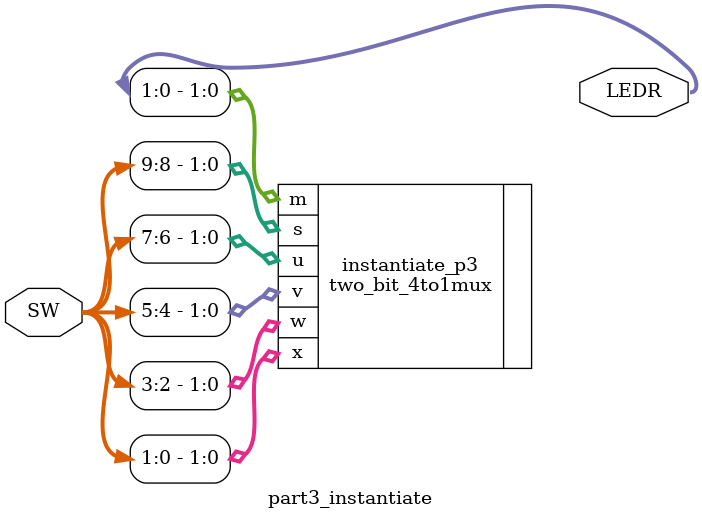
<source format=v>
module part3_instantiate(SW,LEDR);

	input[9:0] SW;
	output [9:0] LEDR;
	two_bit_4to1mux instantiate_p3 (.s(SW[9:8]),.u(SW[7:6]),.v(SW[5:4]),.w(SW[3:2]),.x(SW[1:0]),.m(LEDR[1:0]));
	
endmodule
</source>
